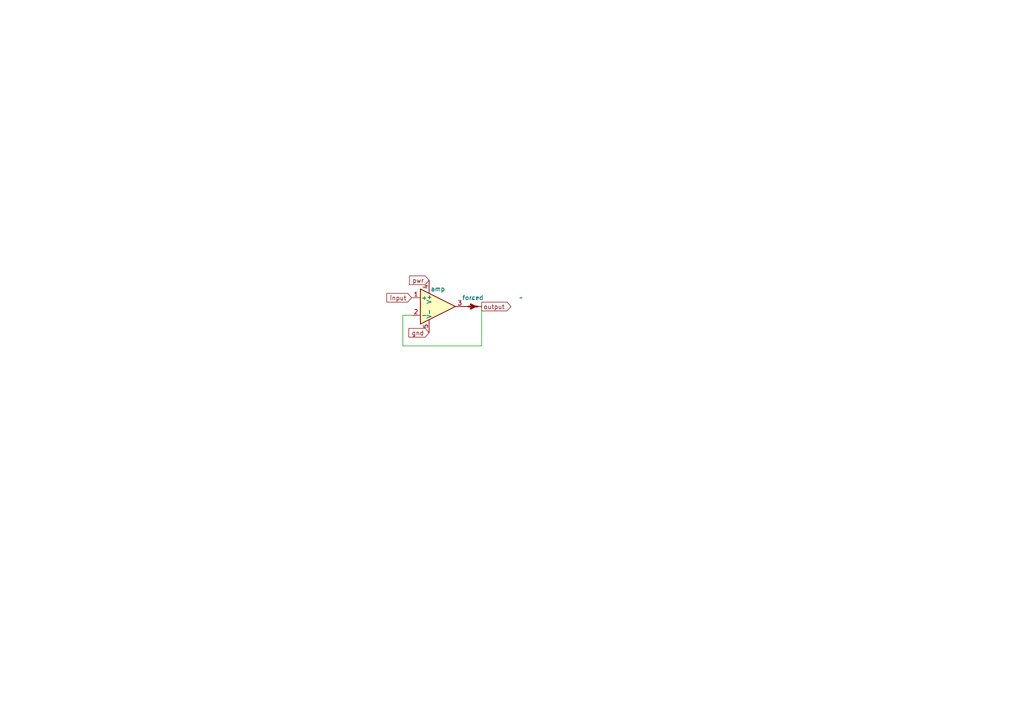
<source format=kicad_sch>
(kicad_sch (version 20230121) (generator eeschema)
  (paper "A4")
  (lib_symbols
    (symbol "Simulation_SPICE:OPAMP" (pin_names (offset 0.254))
      (property "Reference" "U" (at 3.81 3.175 0))
      (property "Value" "OPAMP" (at 3.81 -3.175 0))
      (symbol "OPAMP_0_1"
        (polyline (pts (xy 5.08 0) (xy -5.08 5.08) (xy -5.08 -5.08) (xy 5.08 0)) (stroke (width 0.254)) (fill (type background)))
      )
      (symbol "OPAMP_1_1"
        (pin input line (at -7.62 2.54 0) (length 2.54) (name "+") (number "1"))
        (pin input line (at -7.62 -2.54 0) (length 2.54) (name "-") (number "2"))
        (pin output line (at 7.62 0 180) (length 2.54) (name "~") (number "3"))
        (pin power_in line (at -2.54 7.62 270) (length 3.81) (name "V+") (number "4"))
        (pin power_in line (at -2.54 -7.62 90) (length 3.81) (name "V-") (number "5"))
      )
    )
    (symbol "edg_importable:Adapter" (pin_numbers hide) (pin_names (offset 0) hide)
      (property "Reference" "NT" (at 0 2.54 0))
      (property "Value" "Adapter" (at 0 -2.54 0))
      (symbol "Adapter_0_1"
        (polyline (pts (xy -1.27 0) (xy 1.27 0)) (stroke (width 0.508)))
        (polyline (pts (xy -0.635 0.635) (xy 0.635 0) (xy -0.635 -0.635)) (stroke (width 0.508)))
      )
      (symbol "Adapter_1_1"
        (pin passive line (at -2.54 0 0) (length 2.54) (name "~") (number "1"))
        (pin passive line (at 2.54 0 180) (length 2.54) (name "") (number "2"))
      )
    )
  )
  (wire (pts (xy 116.84 91.44) (xy 119.38 91.44)))
  (wire (pts (xy 116.84 91.44) (xy 116.84 100.33)))
  (wire (pts (xy 139.7 100.33) (xy 139.7 88.9)))
  (wire (pts (xy 116.84 100.33) (xy 139.7 100.33)))
  (global_label "pwr" (shape input) (at 124.46 81.28 180) (property "Intersheetrefs" "${INTERSHEET_REFS}" (effects hide)))
  (global_label "input" (shape input) (at 119.38 86.36 180) (property "Intersheetrefs" "${INTERSHEET_REFS}" (effects hide)))
  (global_label "output" (shape output) (at 139.7 88.9 0) (property "Intersheetrefs" "${INTERSHEET_REFS}" (effects hide)))
  (global_label "gnd" (shape input) (at 124.46 96.52 180) (property "Intersheetrefs" "${INTERSHEET_REFS}" (effects hide)))
  (symbol (lib_id "edg_importable:Adapter") (at 137.16 88.9 0) (unit 1)
    (property "Reference" "forced" (at 137.16 86.36 0))
    (property "Value" "~" (at 151.13 86.36 0))
  )
  (symbol (lib_id "Simulation_SPICE:OPAMP") (at 127 88.9 0) (unit 1)
    (property "Reference" "amp" (at 127 83.82 0))
    (property "Value" "~" (at 137.16 86.741 0))
  )
)
</source>
